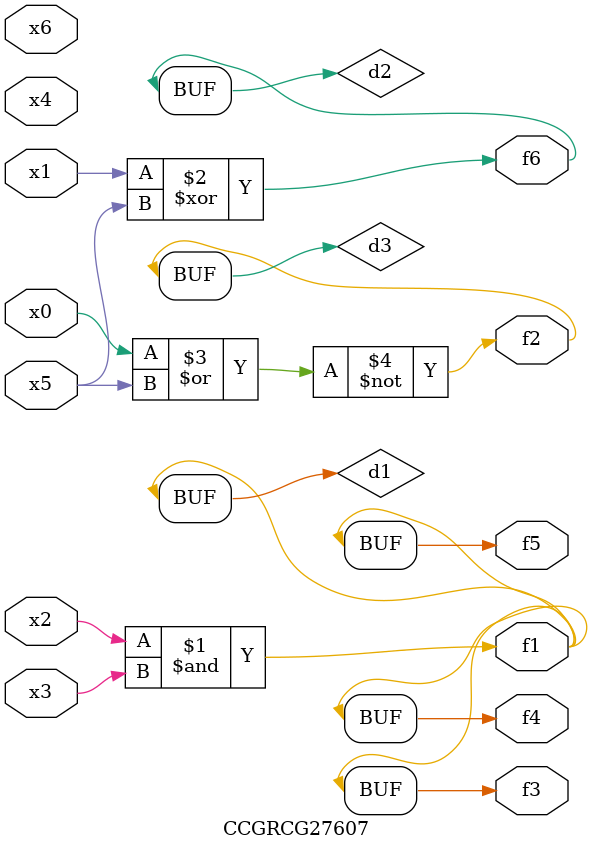
<source format=v>
module CCGRCG27607(
	input x0, x1, x2, x3, x4, x5, x6,
	output f1, f2, f3, f4, f5, f6
);

	wire d1, d2, d3;

	and (d1, x2, x3);
	xor (d2, x1, x5);
	nor (d3, x0, x5);
	assign f1 = d1;
	assign f2 = d3;
	assign f3 = d1;
	assign f4 = d1;
	assign f5 = d1;
	assign f6 = d2;
endmodule

</source>
